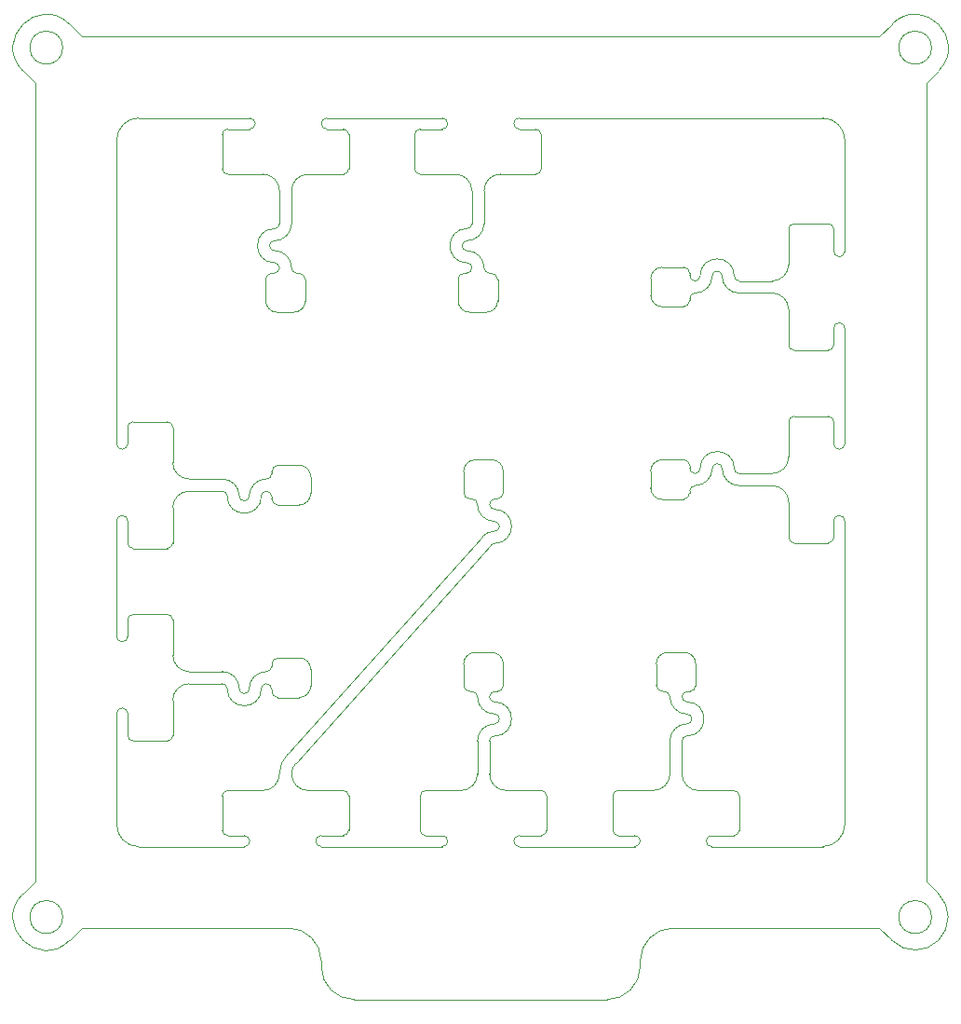
<source format=gm1>
G04 #@! TF.GenerationSoftware,KiCad,Pcbnew,7.0.2-6a45011f42~172~ubuntu22.04.1*
G04 #@! TF.CreationDate,2023-05-18T14:48:33+01:00*
G04 #@! TF.ProjectId,KX134_array,4b583133-345f-4617-9272-61792e6b6963,rev?*
G04 #@! TF.SameCoordinates,Original*
G04 #@! TF.FileFunction,Profile,NP*
%FSLAX46Y46*%
G04 Gerber Fmt 4.6, Leading zero omitted, Abs format (unit mm)*
G04 Created by KiCad (PCBNEW 7.0.2-6a45011f42~172~ubuntu22.04.1) date 2023-05-18 14:48:33*
%MOMM*%
%LPD*%
G01*
G04 APERTURE LIST*
G04 #@! TA.AperFunction,Profile*
%ADD10C,0.010000*%
G04 #@! TD*
G04 APERTURE END LIST*
D10*
X169550003Y-98999998D02*
G75*
G03*
X168500000Y-97949997I-1050003J-2D01*
G01*
X190999999Y-81700000D02*
X193999999Y-81699999D01*
X204878680Y-124121320D02*
X203757360Y-122997640D01*
X199600000Y-79000000D02*
G75*
G03*
X200100001Y-79500000I500000J0D01*
G01*
X187050003Y-98999998D02*
G75*
G03*
X186000000Y-97949997I-1050003J-2D01*
G01*
X151000001Y-102050002D02*
G75*
G03*
X152050002Y-101000001I-1J1050002D01*
G01*
X134899999Y-85499999D02*
G75*
G03*
X134399999Y-86000000I1J-500001D01*
G01*
X182949999Y-65499999D02*
G75*
G03*
X184000000Y-66550001I1050001J-1D01*
G01*
X131242640Y-42002360D02*
X203755000Y-42000000D01*
X136400000Y-49400000D02*
G75*
G03*
X134400000Y-51400000I0J-2000000D01*
G01*
X151800000Y-54500000D02*
X154999999Y-54500001D01*
X148750000Y-59449999D02*
G75*
G03*
X148750000Y-62550001I0J-1550001D01*
G01*
X135900000Y-77000000D02*
G75*
G03*
X135400000Y-77500000I0J-500000D01*
G01*
X186499999Y-81200000D02*
X186499999Y-81000000D01*
X134900000Y-97000000D02*
G75*
G03*
X135400000Y-96500000I0J500000D01*
G01*
X167000000Y-80450000D02*
X168500001Y-80450000D01*
X162500001Y-110500001D02*
G75*
G03*
X162000001Y-110999999I-1J-499999D01*
G01*
X185800000Y-105999999D02*
X185800001Y-108999999D01*
X188500000Y-114600000D02*
G75*
G03*
X188000000Y-115100001I0J-500000D01*
G01*
X139499999Y-98200000D02*
G75*
G03*
X141000001Y-99700001I1500001J0D01*
G01*
X167200001Y-101999998D02*
G75*
G03*
X168750000Y-103549999I1549999J-2D01*
G01*
X171000000Y-114600000D02*
G75*
G03*
X170500000Y-115100000I0J-500000D01*
G01*
X186499999Y-65950000D02*
X186499999Y-65799999D01*
X189450000Y-63750000D02*
G75*
G03*
X188999998Y-63300000I-450000J0D01*
G01*
X161999999Y-50399999D02*
G75*
G03*
X161499999Y-50899999I1J-500001D01*
G01*
X168750000Y-86950001D02*
G75*
G03*
X167653985Y-87403985I0J-1549999D01*
G01*
X135400000Y-77500000D02*
X135400001Y-79000000D01*
X125878680Y-119878680D02*
X127002360Y-118757360D01*
X172499999Y-54499999D02*
G75*
G03*
X172999999Y-54000001I1J499999D01*
G01*
X169200002Y-86499999D02*
G75*
G03*
X168750000Y-86049998I-450002J-1D01*
G01*
X166699999Y-63000001D02*
G75*
G03*
X166250000Y-62550001I-449999J1D01*
G01*
X152050001Y-82000000D02*
X152050001Y-83500001D01*
X134400000Y-113599999D02*
G75*
G03*
X136400000Y-115600000I2000000J-1D01*
G01*
X186500000Y-63700000D02*
G75*
G03*
X186999999Y-64200000I500000J0D01*
G01*
X200100001Y-79500001D02*
G75*
G03*
X200600001Y-79000000I-1J500001D01*
G01*
X130121320Y-40878680D02*
G75*
G03*
X125878680Y-45121320I-2121320J-2121320D01*
G01*
X183999998Y-62949997D02*
G75*
G03*
X182949997Y-64000000I2J-1050003D01*
G01*
X186500001Y-63500000D02*
G75*
G03*
X185949999Y-62949999I-550001J0D01*
G01*
X166700000Y-59000001D02*
X166700000Y-56000001D01*
X185899999Y-84050520D02*
G75*
G03*
X186500520Y-83450000I1J600520D01*
G01*
X165949999Y-83450000D02*
X165950000Y-81500001D01*
X149200000Y-56000001D02*
G75*
G03*
X147699999Y-54500000I-1500000J1D01*
G01*
X139000000Y-106000000D02*
X135899999Y-106000001D01*
X183999998Y-80449999D02*
X185949999Y-80449999D01*
X148500000Y-81550000D02*
X148500000Y-81700001D01*
X165799999Y-61000002D02*
G75*
G03*
X166250000Y-61450001I450001J2D01*
G01*
X155500000Y-50900000D02*
G75*
G03*
X155000000Y-50400000I-500000J0D01*
G01*
X135400000Y-103500000D02*
G75*
G03*
X134899999Y-103000000I-500000J0D01*
G01*
X184700000Y-105999999D02*
X184700002Y-109000000D01*
X151550521Y-64100001D02*
X151550001Y-66000000D01*
X155499999Y-54000001D02*
X155500000Y-50900000D01*
X139500000Y-102300001D02*
X139500001Y-105500000D01*
X153500000Y-49400000D02*
G75*
G03*
X153000000Y-49900000I0J-500000D01*
G01*
X139000001Y-77000001D02*
X135900000Y-77000000D01*
X169200001Y-103999998D02*
G75*
G03*
X168750000Y-103549999I-450001J-2D01*
G01*
X148000002Y-99700001D02*
G75*
G03*
X146450001Y-101250000I-2J-1549999D01*
G01*
X168300000Y-108999999D02*
G75*
G03*
X169800002Y-110500000I1500000J-1D01*
G01*
X144000001Y-100800000D02*
X141000001Y-100800000D01*
X150000946Y-122997966D02*
X131245000Y-123000000D01*
X148750000Y-60550001D02*
G75*
G03*
X148300001Y-61000002I0J-449999D01*
G01*
X146500000Y-115100000D02*
G75*
G03*
X146000000Y-114600000I-500000J0D01*
G01*
X165950001Y-83449999D02*
G75*
G03*
X166500001Y-83999999I549999J-1D01*
G01*
X145550000Y-101250000D02*
G75*
G03*
X146000002Y-101700000I450000J0D01*
G01*
X147699999Y-54500000D02*
X144500000Y-54500001D01*
X179500000Y-114100000D02*
G75*
G03*
X180000000Y-114600000I500000J0D01*
G01*
X150950000Y-63500001D02*
X150799999Y-63500001D01*
X156001089Y-129500000D02*
X179000000Y-129500000D01*
X200600000Y-86000000D02*
G75*
G03*
X200100000Y-85500000I-500000J0D01*
G01*
X200100001Y-62000001D02*
G75*
G03*
X200600001Y-61500000I-1J500001D01*
G01*
X199600000Y-61500000D02*
G75*
G03*
X200100001Y-62000000I500000J0D01*
G01*
X148500000Y-63500000D02*
G75*
G03*
X147950000Y-64050001I0J-550000D01*
G01*
X135399999Y-105500001D02*
G75*
G03*
X135899999Y-106000001I500001J1D01*
G01*
X199100000Y-88000000D02*
G75*
G03*
X199600000Y-87500000I0J500000D01*
G01*
X196000000Y-59000000D02*
X199100001Y-58999999D01*
X167000001Y-80450000D02*
G75*
G03*
X165950000Y-81500001I-1J-1050000D01*
G01*
X191000000Y-111000000D02*
X191000001Y-114100001D01*
X204878680Y-40878680D02*
X203755000Y-42000000D01*
X149100000Y-80949479D02*
X150999999Y-80949999D01*
X136400000Y-115600000D02*
X146000000Y-115600000D01*
X139499999Y-80700000D02*
X139500001Y-77500001D01*
X183449479Y-100899999D02*
X183449999Y-99000000D01*
X130121320Y-40878680D02*
X131242640Y-42002360D01*
X168799999Y-84000000D02*
X168999999Y-84000000D01*
X139499999Y-80700000D02*
G75*
G03*
X141000000Y-82200001I1500001J0D01*
G01*
X168300000Y-105999999D02*
X168300001Y-108999999D01*
X169300000Y-54499999D02*
G75*
G03*
X167799999Y-56000001I0J-1500001D01*
G01*
X199600000Y-70000000D02*
X199599999Y-68500000D01*
X169000000Y-101500001D02*
G75*
G03*
X169550001Y-100949999I0J550001D01*
G01*
X183449480Y-100899999D02*
G75*
G03*
X184050000Y-101500520I600520J-1D01*
G01*
X161500000Y-54000000D02*
G75*
G03*
X162000000Y-54500000I500000J0D01*
G01*
X141000000Y-83299999D02*
G75*
G03*
X139499999Y-84800001I0J-1500001D01*
G01*
X167200001Y-101999998D02*
G75*
G03*
X166700001Y-101499999I-500001J-2D01*
G01*
X149100001Y-98449479D02*
X151000000Y-98449999D01*
X149100000Y-80949479D02*
G75*
G03*
X148499479Y-81550000I0J-600521D01*
G01*
X148500000Y-101300000D02*
G75*
G03*
X148000001Y-100800000I-500000J0D01*
G01*
X144450000Y-101250000D02*
G75*
G03*
X144000001Y-100800000I-450000J0D01*
G01*
X150724695Y-107974696D02*
G75*
G03*
X150300001Y-109000000I1025305J-1025304D01*
G01*
X193999999Y-64200000D02*
G75*
G03*
X195500000Y-62699998I1J1500000D01*
G01*
X153001100Y-126498911D02*
G75*
G03*
X156001089Y-129500000I3000000J-1089D01*
G01*
X147949999Y-66000002D02*
X147950000Y-64050001D01*
X186999998Y-82799999D02*
G75*
G03*
X186499999Y-83299999I2J-500001D01*
G01*
X165449999Y-66000002D02*
X165450000Y-64050001D01*
X149200000Y-59000001D02*
X149200000Y-56000001D01*
X144000000Y-54000000D02*
G75*
G03*
X144500000Y-54500000I500000J0D01*
G01*
X168300001Y-101999999D02*
G75*
G03*
X168750000Y-102449999I449999J-1D01*
G01*
X186500000Y-81200000D02*
G75*
G03*
X186999999Y-81700000I500000J0D01*
G01*
X189450000Y-81250000D02*
G75*
G03*
X188999998Y-80800000I-450000J0D01*
G01*
X195500000Y-66800000D02*
X195499999Y-69999999D01*
X168431801Y-88181801D02*
X150724697Y-107974698D01*
X200100000Y-85500000D02*
G75*
G03*
X199600000Y-86000000I0J-500000D01*
G01*
X155500000Y-111000000D02*
G75*
G03*
X155000000Y-110500000I-500000J0D01*
G01*
X200600000Y-51400000D02*
G75*
G03*
X198600001Y-49400000I-2000000J0D01*
G01*
X182949999Y-65500000D02*
X182949997Y-64000000D01*
X150299999Y-63000002D02*
G75*
G03*
X150799999Y-63500001I500001J2D01*
G01*
X151550520Y-64100001D02*
G75*
G03*
X150950000Y-63499480I-600520J1D01*
G01*
X146000001Y-84200000D02*
G75*
G03*
X146450000Y-83750000I-1J450000D01*
G01*
X169550000Y-81500000D02*
X169549999Y-83450000D01*
X165700000Y-110500001D02*
G75*
G03*
X167200001Y-108999999I0J1500001D01*
G01*
X189450000Y-63750000D02*
G75*
G03*
X190999999Y-65300000I1550000J0D01*
G01*
X190999999Y-82800000D02*
X194000000Y-82799998D01*
X199600000Y-77000000D02*
X199600000Y-79000000D01*
X185800000Y-108999999D02*
G75*
G03*
X187300002Y-110500000I1500000J-1D01*
G01*
X134899999Y-102999999D02*
G75*
G03*
X134399999Y-103500000I1J-500001D01*
G01*
X179000000Y-129500000D02*
G75*
G03*
X182000000Y-126500000I0J3000000D01*
G01*
X152050001Y-99500001D02*
G75*
G03*
X151000000Y-98449999I-1050001J1D01*
G01*
X129500000Y-43000000D02*
G75*
G03*
X129500000Y-43000000I-1500000J0D01*
G01*
X145550000Y-101250000D02*
G75*
G03*
X144000001Y-99700000I-1550000J0D01*
G01*
X135400000Y-105500000D02*
X135400000Y-103500000D01*
X162500000Y-114600000D02*
X164000000Y-114599999D01*
X152499999Y-115100001D02*
G75*
G03*
X153000000Y-115600001I500001J1D01*
G01*
X148000000Y-83300000D02*
G75*
G03*
X147550000Y-83750000I0J-450000D01*
G01*
X186999998Y-65299999D02*
G75*
G03*
X186499999Y-65799999I2J-500001D01*
G01*
X148000001Y-82200000D02*
G75*
G03*
X148500000Y-81700001I-1J500000D01*
G01*
X200600001Y-61500000D02*
X200600001Y-51400000D01*
X188500000Y-115600000D02*
X198600000Y-115600000D01*
X187999999Y-115100001D02*
G75*
G03*
X188500000Y-115600001I500001J1D01*
G01*
X139000000Y-88500000D02*
X135899999Y-88500001D01*
X167000001Y-97949999D02*
G75*
G03*
X165949999Y-99000000I-1J-1050001D01*
G01*
X166550000Y-101499999D02*
X166700001Y-101499999D01*
X149946879Y-107196877D02*
G75*
G03*
X149200001Y-109000000I1803121J-1803123D01*
G01*
X184500001Y-97949999D02*
G75*
G03*
X183449999Y-99000000I-1J-1050001D01*
G01*
X144000000Y-114100000D02*
G75*
G03*
X144500000Y-114600000I500000J0D01*
G01*
X144450000Y-83750000D02*
G75*
G03*
X144000000Y-83300000I-450000J0D01*
G01*
X150300000Y-59000001D02*
X150299998Y-56000001D01*
X148500001Y-101300000D02*
X148500001Y-101500000D01*
X166200000Y-63500000D02*
G75*
G03*
X166700000Y-63000001I0J500000D01*
G01*
X155000001Y-114600001D02*
G75*
G03*
X155500001Y-114100001I-1J500001D01*
G01*
X144000000Y-82200000D02*
X141000000Y-82200002D01*
X169050521Y-64100001D02*
X169050001Y-66000000D01*
X183200000Y-110500001D02*
G75*
G03*
X184700001Y-108999999I0J1500001D01*
G01*
X186999999Y-81699999D02*
G75*
G03*
X187449999Y-81250000I1J449999D01*
G01*
X150499999Y-67050001D02*
G75*
G03*
X151550001Y-66000000I1J1050001D01*
G01*
X139499999Y-84800001D02*
X139500001Y-88000000D01*
X186250000Y-104450000D02*
G75*
G03*
X186700000Y-103999998I0J450000D01*
G01*
X195500000Y-62699998D02*
X195499999Y-59500000D01*
X148000001Y-100800001D02*
G75*
G03*
X147550001Y-101250000I-1J-449999D01*
G01*
X165199999Y-54500000D02*
X162000000Y-54500001D01*
X195500000Y-84300000D02*
X195499999Y-87499999D01*
X167799999Y-63000002D02*
G75*
G03*
X168299999Y-63500001I500001J2D01*
G01*
X186700001Y-103999998D02*
G75*
G03*
X186250000Y-103549999I-450001J-2D01*
G01*
X168799999Y-83999999D02*
G75*
G03*
X168299999Y-84500000I1J-500001D01*
G01*
X166250000Y-60550000D02*
G75*
G03*
X167800000Y-59000001I0J1550000D01*
G01*
X144000000Y-83300000D02*
X141000000Y-83300000D01*
X167999999Y-67050001D02*
G75*
G03*
X169050001Y-66000000I1J1050001D01*
G01*
X169550001Y-98999998D02*
X169550001Y-100949999D01*
X185899999Y-84050521D02*
X184000000Y-84050001D01*
X199600001Y-59499999D02*
G75*
G03*
X199100001Y-58999999I-500001J-1D01*
G01*
X173000000Y-114600000D02*
G75*
G03*
X173500000Y-114100000I0J500000D01*
G01*
X164500000Y-115100000D02*
G75*
G03*
X164000000Y-114600000I-500000J0D01*
G01*
X166250000Y-60550001D02*
G75*
G03*
X165800001Y-61000002I0J-449999D01*
G01*
X147949998Y-66000002D02*
G75*
G03*
X149000000Y-67050002I1050002J2D01*
G01*
X148500000Y-84000000D02*
G75*
G03*
X149050000Y-84550000I550000J0D01*
G01*
X162000001Y-110999999D02*
X162000000Y-114100000D01*
X154999999Y-54499999D02*
G75*
G03*
X155499999Y-54000001I1J499999D01*
G01*
X180000001Y-110500001D02*
G75*
G03*
X179500001Y-110999999I-1J-499999D01*
G01*
X168800000Y-101499999D02*
X169000000Y-101499999D01*
X179500001Y-110999999D02*
X179500000Y-114100000D01*
X145550000Y-83750000D02*
G75*
G03*
X144000000Y-82200000I-1550000J0D01*
G01*
X151800000Y-54499999D02*
G75*
G03*
X150299999Y-56000001I0J-1500001D01*
G01*
X127000000Y-46245000D02*
X127002360Y-118757360D01*
X144500000Y-114600000D02*
X146000000Y-114599999D01*
X186500000Y-101500001D02*
G75*
G03*
X187050001Y-100949999I0J550001D01*
G01*
X200600000Y-68500000D02*
G75*
G03*
X200100000Y-68000000I-500000J0D01*
G01*
X153001270Y-125999055D02*
X153001089Y-126498911D01*
X188999998Y-80799999D02*
G75*
G03*
X188549999Y-81250000I2J-450001D01*
G01*
X150299999Y-63000002D02*
G75*
G03*
X148750000Y-61450001I-1549999J2D01*
G01*
X134399999Y-103500000D02*
X134399999Y-113599999D01*
X166250000Y-59449999D02*
G75*
G03*
X166250000Y-62550001I0J-1550001D01*
G01*
X186250000Y-105550000D02*
G75*
G03*
X185800000Y-105999999I0J-450000D01*
G01*
X208500000Y-122000000D02*
G75*
G03*
X208500000Y-122000000I-1500000J0D01*
G01*
X155000000Y-50400000D02*
X153500000Y-50400001D01*
X200600001Y-79000000D02*
X200600000Y-68500000D01*
X186300000Y-101500000D02*
G75*
G03*
X185800000Y-101999999I0J-500000D01*
G01*
X168750000Y-86950001D02*
G75*
G03*
X169200001Y-86499999I0J450001D01*
G01*
X171000001Y-49400000D02*
X198600001Y-49400000D01*
X190999999Y-64200000D02*
X193999999Y-64199999D01*
X169300000Y-54500000D02*
X172499999Y-54500001D01*
X190500001Y-114600001D02*
G75*
G03*
X191000001Y-114100001I-1J500001D01*
G01*
X168000000Y-67050001D02*
X166500000Y-67050002D01*
X172999999Y-114599999D02*
X170999999Y-114599999D01*
X172500000Y-50400000D02*
X171000000Y-50400001D01*
X151000000Y-84550001D02*
G75*
G03*
X152050001Y-83500001I0J1050001D01*
G01*
X150300001Y-108999998D02*
G75*
G03*
X151800002Y-110499999I1499999J-2D01*
G01*
X183200000Y-110500000D02*
X180000001Y-110499999D01*
X185899999Y-66550520D02*
G75*
G03*
X186500520Y-65950000I1J600520D01*
G01*
X186499999Y-63700000D02*
X186499999Y-63500000D01*
X199100000Y-70500000D02*
G75*
G03*
X199600000Y-70000000I0J500000D01*
G01*
X186500001Y-81000000D02*
G75*
G03*
X185949999Y-80449999I-550001J0D01*
G01*
X130121320Y-124121320D02*
X131245000Y-123000000D01*
X196000000Y-59000000D02*
G75*
G03*
X195500000Y-59500000I0J-500000D01*
G01*
X148500000Y-83800000D02*
G75*
G03*
X148000000Y-83300000I-500000J0D01*
G01*
X153001234Y-125999055D02*
G75*
G03*
X150000946Y-122997966I-2999934J1155D01*
G01*
X135399999Y-88000001D02*
G75*
G03*
X135899999Y-88500001I500001J1D01*
G01*
X134400000Y-96500000D02*
G75*
G03*
X134900000Y-97000000I500000J0D01*
G01*
X195999999Y-70499999D02*
X199100000Y-70500000D01*
X134400000Y-79000000D02*
X134400000Y-51400000D01*
X155500000Y-111000000D02*
X155500001Y-114100001D01*
X190999999Y-65300000D02*
X194000000Y-65299998D01*
X186999998Y-65299999D02*
G75*
G03*
X188549999Y-63750000I2J1549999D01*
G01*
X168750000Y-104450000D02*
G75*
G03*
X167200000Y-105999999I0J-1550000D01*
G01*
X148500000Y-101500000D02*
G75*
G03*
X149050001Y-102050000I550000J0D01*
G01*
X195500001Y-84300000D02*
G75*
G03*
X193999999Y-82799999I-1500001J0D01*
G01*
X146000000Y-115600000D02*
G75*
G03*
X146500000Y-115100000I0J500000D01*
G01*
X186300000Y-101499999D02*
X186500000Y-101499999D01*
X147000001Y-49899999D02*
G75*
G03*
X146500000Y-49399999I-500001J-1D01*
G01*
X167000000Y-97949999D02*
X168500000Y-97949997D01*
X134400000Y-96500000D02*
X134399999Y-86000000D01*
X164000000Y-115600000D02*
G75*
G03*
X164500000Y-115100000I0J500000D01*
G01*
X153000000Y-49900000D02*
G75*
G03*
X153500000Y-50400000I500000J0D01*
G01*
X188999998Y-63299999D02*
G75*
G03*
X188549999Y-63750000I2J-450001D01*
G01*
X185800001Y-101999999D02*
G75*
G03*
X186250000Y-102449999I449999J-1D01*
G01*
X144450000Y-83750000D02*
G75*
G03*
X147550000Y-83750000I1550000J0D01*
G01*
X164000000Y-50400000D02*
G75*
G03*
X164500000Y-49899999I0J500000D01*
G01*
X195999999Y-87999999D02*
X199100000Y-88000000D01*
X168450000Y-63500001D02*
X168299999Y-63500001D01*
X190550000Y-81250000D02*
G75*
G03*
X190999999Y-81700000I450000J0D01*
G01*
X182000000Y-115100000D02*
G75*
G03*
X181500000Y-114600000I-500000J0D01*
G01*
X183999998Y-80449997D02*
G75*
G03*
X182949997Y-81500000I2J-1050003D01*
G01*
X195500001Y-87499999D02*
G75*
G03*
X195999999Y-87999999I499999J-1D01*
G01*
X166000000Y-63500000D02*
G75*
G03*
X165450000Y-64050001I0J-550000D01*
G01*
X134400000Y-79000000D02*
G75*
G03*
X134900000Y-79500000I500000J0D01*
G01*
X171000000Y-49400000D02*
G75*
G03*
X170500000Y-49900000I0J-500000D01*
G01*
X141000001Y-100800000D02*
G75*
G03*
X139500000Y-102300001I-1J-1500000D01*
G01*
X146500000Y-50400000D02*
G75*
G03*
X147000000Y-49899999I0J500000D01*
G01*
X199600000Y-59500000D02*
X199600000Y-61500000D01*
X170500000Y-49900000D02*
G75*
G03*
X171000000Y-50400000I500000J0D01*
G01*
X146000002Y-101700001D02*
G75*
G03*
X146450001Y-101250000I-2J450001D01*
G01*
X165949480Y-100899999D02*
G75*
G03*
X166550000Y-101500520I600520J-1D01*
G01*
X204878680Y-124121320D02*
G75*
G03*
X209121320Y-119878680I2121320J2121320D01*
G01*
X165949479Y-100899999D02*
X165949999Y-99000000D01*
X166250000Y-59450000D02*
G75*
G03*
X166700000Y-59000001I0J450000D01*
G01*
X148000001Y-82200000D02*
G75*
G03*
X146450000Y-83750000I-1J-1550000D01*
G01*
X172999999Y-54000001D02*
X173000000Y-50900000D01*
X167200001Y-84499999D02*
G75*
G03*
X166700001Y-83999999I-500001J-1D01*
G01*
X171000000Y-115600001D02*
X181500000Y-115600000D01*
X168750000Y-105550001D02*
G75*
G03*
X168750000Y-102449999I0J1550001D01*
G01*
X199600000Y-87500000D02*
X199599999Y-86000000D01*
X168750000Y-105550000D02*
G75*
G03*
X168300000Y-105999999I0J-450000D01*
G01*
X139499999Y-77500001D02*
G75*
G03*
X139000001Y-77000001I-499999J1D01*
G01*
X165449998Y-66000002D02*
G75*
G03*
X166500000Y-67050002I1050002J2D01*
G01*
X181500000Y-115600000D02*
G75*
G03*
X182000000Y-115100000I0J500000D01*
G01*
X166700000Y-56000001D02*
G75*
G03*
X165199999Y-54500000I-1500000J1D01*
G01*
X168800000Y-101500000D02*
G75*
G03*
X168300000Y-101999999I0J-500000D01*
G01*
X190549999Y-63750000D02*
G75*
G03*
X187449999Y-63750000I-1550000J0D01*
G01*
X186999998Y-82799999D02*
G75*
G03*
X188549999Y-81250000I2J1549999D01*
G01*
X144500001Y-110500001D02*
G75*
G03*
X144000001Y-110999999I-1J-499999D01*
G01*
X182949999Y-82999999D02*
G75*
G03*
X184000000Y-84050001I1050001J-1D01*
G01*
X167200002Y-84499999D02*
G75*
G03*
X168750000Y-86049998I1549998J-1D01*
G01*
X149100001Y-98449480D02*
G75*
G03*
X148499480Y-99050000I-1J-600520D01*
G01*
X148000002Y-99700001D02*
G75*
G03*
X148500001Y-99200001I-2J500001D01*
G01*
X169050520Y-64100001D02*
G75*
G03*
X168450000Y-63499480I-600520J1D01*
G01*
X149199999Y-63000001D02*
G75*
G03*
X148750000Y-62550001I-449999J1D01*
G01*
X184500000Y-97949999D02*
X186000000Y-97949997D01*
X161500000Y-54000000D02*
X161499999Y-50899999D01*
X148750000Y-60550000D02*
G75*
G03*
X150300000Y-59000001I0J1550000D01*
G01*
X152050002Y-99500000D02*
X152050002Y-101000001D01*
X148299999Y-61000002D02*
G75*
G03*
X148750000Y-61450001I450001J2D01*
G01*
X135400000Y-86000000D02*
G75*
G03*
X134899999Y-85500000I-500000J0D01*
G01*
X155000000Y-114600000D02*
X153000000Y-114600000D01*
X182949999Y-83000000D02*
X182949997Y-81500000D01*
X148500001Y-99050000D02*
X148500001Y-99200001D01*
X187300002Y-110500000D02*
X190500000Y-110499999D01*
X189450000Y-81250000D02*
G75*
G03*
X190999999Y-82800000I1550000J0D01*
G01*
X186250000Y-105550001D02*
G75*
G03*
X186250000Y-102449999I0J1550001D01*
G01*
X144500000Y-50400000D02*
X146500000Y-50400000D01*
X149946879Y-107196877D02*
X167653985Y-87403985D01*
X173500000Y-114100000D02*
X173500000Y-111000000D01*
X208500000Y-43000000D02*
G75*
G03*
X208500000Y-43000000I-1500000J0D01*
G01*
X139499999Y-95000001D02*
G75*
G03*
X139000001Y-94500001I-499999J1D01*
G01*
X151000001Y-102050001D02*
X149050001Y-102050000D01*
X186999999Y-64199999D02*
G75*
G03*
X187449999Y-63750000I1J449999D01*
G01*
X147700000Y-110500001D02*
G75*
G03*
X149200001Y-109000000I0J1500001D01*
G01*
X125878680Y-119878680D02*
G75*
G03*
X130121320Y-124121320I2121320J-2121320D01*
G01*
X135400000Y-95000000D02*
X135400001Y-96500000D01*
X184700001Y-101999998D02*
G75*
G03*
X186250000Y-103549999I1549999J-2D01*
G01*
X169550000Y-81500000D02*
G75*
G03*
X168500001Y-80450000I-1050000J0D01*
G01*
X191000000Y-111000000D02*
G75*
G03*
X190500000Y-110500000I-500000J0D01*
G01*
X166500001Y-83999999D02*
X166700001Y-83999999D01*
X150500000Y-67050001D02*
X149000000Y-67050002D01*
X209121320Y-119878680D02*
X208000000Y-118755000D01*
X190550000Y-63750000D02*
G75*
G03*
X190999999Y-64200000I450000J0D01*
G01*
X168750000Y-104450000D02*
G75*
G03*
X169200000Y-103999998I0J450000D01*
G01*
X169800002Y-110500000D02*
X173000000Y-110499999D01*
X195500001Y-69999999D02*
G75*
G03*
X195999999Y-70499999I499999J-1D01*
G01*
X180000000Y-114600000D02*
X181500000Y-114599999D01*
X148700000Y-63500001D02*
X148500000Y-63500001D01*
X148500000Y-83800000D02*
X148500000Y-84000000D01*
X173000000Y-50900000D02*
G75*
G03*
X172500000Y-50400000I-500000J0D01*
G01*
X200600000Y-86000000D02*
X200600000Y-113600000D01*
X164500001Y-49899999D02*
G75*
G03*
X164000000Y-49399999I-500001J-1D01*
G01*
X144000001Y-99700000D02*
X141000001Y-99700002D01*
X190500000Y-114600000D02*
X188500000Y-114600000D01*
X153000000Y-114600000D02*
G75*
G03*
X152500000Y-115100001I0J-500000D01*
G01*
X168750000Y-88049999D02*
G75*
G03*
X168750000Y-84950001I0J1549999D01*
G01*
X139000001Y-94500001D02*
X135900000Y-94500000D01*
X167200000Y-105999999D02*
X167200002Y-109000000D01*
X139000000Y-106000000D02*
G75*
G03*
X139500000Y-105500000I0J500000D01*
G01*
X183999998Y-62949999D02*
X185949999Y-62949999D01*
X196000000Y-76500000D02*
X199100001Y-76499999D01*
X184050000Y-101499999D02*
X184200001Y-101499999D01*
X207997640Y-46242640D02*
X208000000Y-118755000D01*
X186499999Y-83450000D02*
X186499999Y-83299999D01*
X182000000Y-126500000D02*
X182000000Y-125999675D01*
X145550000Y-83750000D02*
G75*
G03*
X146000001Y-84200000I450000J0D01*
G01*
X144000000Y-54000000D02*
X143999999Y-50899999D01*
X193999999Y-81700000D02*
G75*
G03*
X195500000Y-80199998I1J1500000D01*
G01*
X148700000Y-63500000D02*
G75*
G03*
X149200000Y-63000001I0J500000D01*
G01*
X153500000Y-49400000D02*
X164000000Y-49399999D01*
X184999675Y-122999700D02*
G75*
G03*
X182000000Y-125999675I325J-3000000D01*
G01*
X170499999Y-115100001D02*
G75*
G03*
X171000000Y-115600001I500001J1D01*
G01*
X168750000Y-88049999D02*
G75*
G03*
X168431801Y-88181801I0J-450001D01*
G01*
X209121320Y-45121320D02*
G75*
G03*
X204878680Y-40878680I-2121320J2121320D01*
G01*
X139000000Y-88500000D02*
G75*
G03*
X139500000Y-88000000I0J500000D01*
G01*
X165700000Y-110500000D02*
X162500001Y-110499999D01*
X185899999Y-66550521D02*
X184000000Y-66550001D01*
X167800000Y-59000001D02*
X167799998Y-56000001D01*
X199600001Y-76999999D02*
G75*
G03*
X199100001Y-76499999I-500001J-1D01*
G01*
X162000000Y-50400000D02*
X164000000Y-50400000D01*
X184700001Y-101999998D02*
G75*
G03*
X184200001Y-101499999I-500001J-2D01*
G01*
X162000000Y-114100000D02*
G75*
G03*
X162500000Y-114600000I500000J0D01*
G01*
X146500000Y-49399999D02*
X136400000Y-49400000D01*
X144000001Y-110999999D02*
X144000000Y-114100000D01*
X152050001Y-82000001D02*
G75*
G03*
X150999999Y-80949999I-1050001J1D01*
G01*
X187050001Y-98999998D02*
X187050001Y-100949999D01*
X198600000Y-115600000D02*
G75*
G03*
X200600000Y-113600000I0J2000000D01*
G01*
X166200000Y-63500001D02*
X166000000Y-63500001D01*
X125878680Y-45121320D02*
X127000000Y-46245000D01*
X196000000Y-76500000D02*
G75*
G03*
X195500000Y-77000000I0J-500000D01*
G01*
X168299999Y-84500000D02*
G75*
G03*
X168750000Y-84950001I450001J0D01*
G01*
X195500000Y-80199998D02*
X195499999Y-77000000D01*
X139500000Y-98200000D02*
X139500001Y-95000001D01*
X151800002Y-110499999D02*
X155000000Y-110499999D01*
X186250000Y-104450000D02*
G75*
G03*
X184700000Y-105999999I0J-1550000D01*
G01*
X173500000Y-111000000D02*
G75*
G03*
X173000000Y-110500000I-500000J0D01*
G01*
X129500000Y-122000000D02*
G75*
G03*
X129500000Y-122000000I-1500000J0D01*
G01*
X148750000Y-59450000D02*
G75*
G03*
X149200000Y-59000001I0J450000D01*
G01*
X209121320Y-45121320D02*
X207997640Y-46242640D01*
X164000000Y-115600000D02*
X153000000Y-115600001D01*
X144450001Y-101250000D02*
G75*
G03*
X147550001Y-101250000I1550000J0D01*
G01*
X195500001Y-66800000D02*
G75*
G03*
X193999999Y-65299999I-1500001J0D01*
G01*
X203757360Y-122997640D02*
X184999675Y-122999675D01*
X134900000Y-79500000D02*
G75*
G03*
X135400000Y-79000000I0J500000D01*
G01*
X168999999Y-83999999D02*
G75*
G03*
X169549999Y-83450000I1J549999D01*
G01*
X147700000Y-110500001D02*
X144500001Y-110499999D01*
X135400000Y-88000000D02*
X135400000Y-86000000D01*
X135900000Y-94500000D02*
G75*
G03*
X135400000Y-95000000I0J-500000D01*
G01*
X151000000Y-84550001D02*
X149050000Y-84550000D01*
X190549999Y-81250000D02*
G75*
G03*
X187449999Y-81250000I-1550000J0D01*
G01*
X167799999Y-63000002D02*
G75*
G03*
X166250000Y-61450001I-1549999J2D01*
G01*
X200100000Y-68000000D02*
G75*
G03*
X199600000Y-68500000I0J-500000D01*
G01*
X144499999Y-50399999D02*
G75*
G03*
X143999999Y-50899999I1J-500001D01*
G01*
M02*

</source>
